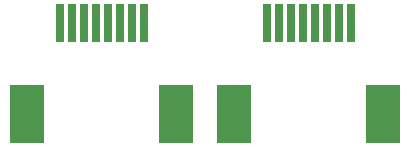
<source format=gtp>
G04 Layer: TopPasteMaskLayer*
G04 EasyEDA v6.5.46, 2025-05-31 14:15:50*
G04 75a4abc2973e463bb7fec089d6695cdc,10*
G04 Gerber Generator version 0.2*
G04 Scale: 100 percent, Rotated: No, Reflected: No *
G04 Dimensions in millimeters *
G04 leading zeros omitted , absolute positions ,4 integer and 5 decimal *
%FSLAX45Y45*%
%MOMM*%

%ADD10R,0.7000X3.2800*%
%ADD11R,2.9400X5.0000*%

%LPD*%
D10*
G01*
X2021001Y-2829077D03*
G01*
X1918995Y-2829077D03*
G01*
X1817014Y-2829077D03*
G01*
X1715007Y-2829077D03*
G01*
X1613001Y-2829077D03*
G01*
X1510995Y-2829077D03*
G01*
X1409014Y-2829077D03*
G01*
X1307007Y-2829077D03*
D11*
G01*
X1032002Y-3599078D03*
G01*
X2296007Y-3599078D03*
D10*
G01*
X3773601Y-2829077D03*
G01*
X3671595Y-2829077D03*
G01*
X3569614Y-2829077D03*
G01*
X3467608Y-2829077D03*
G01*
X3365601Y-2829077D03*
G01*
X3263595Y-2829077D03*
G01*
X3161614Y-2829077D03*
G01*
X3059607Y-2829077D03*
D11*
G01*
X2784602Y-3599078D03*
G01*
X4048607Y-3599078D03*
M02*

</source>
